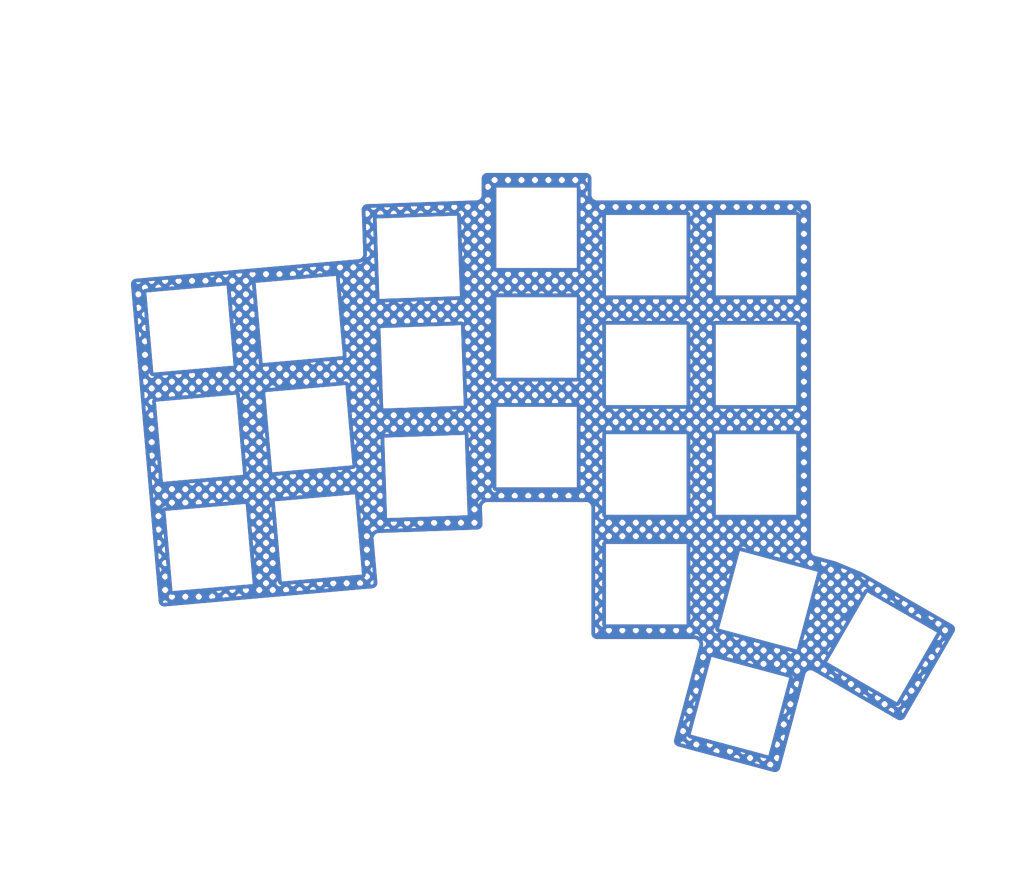
<source format=kicad_pcb>
(kicad_pcb (version 20211014) (generator pcbnew)
  (layers (0 "F.Cu" signal) (31 "B.Cu" signal) (34 "B.Paste" user) (35 "F.Paste" user) (36 "B.SilkS" user "B.Silkscreen") (37 "F.SilkS" user "F.Silkscreen") (38 "B.Mask" user) (39 "F.Mask" user) (44 "Edge.Cuts" user))
  (net 0 "")
  (gr_line (start 73.098142 87.094702) (end 87.044868 85.874521) (layer "Edge.Cuts") (width 0.005))
  (gr_line (start 69.777509 49.139684) (end 83.724234 47.919503) (layer "Edge.Cuts") (width 0.005))
  (gr_line (start 125.567536 84.678382) (end 111.567536 84.678382) (layer "Edge.Cuts") (width 0.005))
  (gr_line (start 130.617536 89.440882) (end 130.617536 75.440882) (layer "Edge.Cuts") (width 0.005))
  (gr_line (start 168.992638 115.02217) (end 175.992638 102.897815) (layer "Edge.Cuts") (width 0.005))
  (gr_line (start 144.617536 89.440882) (end 130.617536 89.440882) (layer "Edge.Cuts") (width 0.005))
  (gr_line (start 166.898511 96.587468) (end 170.413623 97.529339) (layer "Edge.Cuts") (width 0.005))
  (gr_line (start 163.667536 37.340882) (end 163.667536 51.340882) (layer "Edge.Cuts") (width 0.005))
  (gr_arc (start 109.042536 33.864131) (mid 108.775208 34.525793) (end 108.123278 34.81605) (layer "Edge.Cuts") (width 0.005))
  (gr_line (start 144.617536 94.490882) (end 144.617536 108.490882) (layer "Edge.Cuts") (width 0.005))
  (gr_arc (start 48.147556 49.453553) (mid 48.366774 48.758282) (end 49.013415 48.421661) (layer "Edge.Cuts") (width 0.005))
  (gr_line (start 144.617536 56.390882) (end 144.617536 70.390882) (layer "Edge.Cuts") (width 0.005))
  (gr_line (start 89.127763 35.479388) (end 108.123278 34.81605) (layer "Edge.Cuts") (width 0.005))
  (gr_line (start 148.927981 114.108362) (end 162.450943 117.731829) (layer "Edge.Cuts") (width 0.005))
  (gr_line (start 64.746725 49.57982) (end 65.966906 63.526546) (layer "Edge.Cuts") (width 0.005))
  (gr_line (start 92.605691 90.016233) (end 92.117098 76.024761) (layer "Edge.Cuts") (width 0.005))
  (gr_line (start 109.042536 33.864131) (end 109.042536 31.005882) (layer "Edge.Cuts") (width 0.005))
  (gr_line (start 175.992638 102.897815) (end 188.116993 109.897815) (layer "Edge.Cuts") (width 0.005))
  (gr_line (start 145.901214 111.015882) (end 129.045036 111.015882) (layer "Edge.Cuts") (width 0.005))
  (gr_line (start 153.858484 95.707475) (end 167.381445 99.330942) (layer "Edge.Cuts") (width 0.005))
  (gr_line (start 142.458559 128.496724) (end 146.821259 112.214907) (layer "Edge.Cuts") (width 0.005))
  (gr_arc (start 165.222146 117.14541) (mid 165.777684 116.511939) (end 166.61844 116.567045) (layer "Edge.Cuts") (width 0.005))
  (gr_line (start 149.667536 89.440882) (end 149.667536 75.440882) (layer "Edge.Cuts") (width 0.005))
  (gr_line (start 52.962475 104.488329) (end 48.147556 49.453553) (layer "Edge.Cuts") (width 0.005))
  (gr_line (start 150.235017 109.230437) (end 153.858484 95.707475) (layer "Edge.Cuts") (width 0.005))
  (gr_line (start 52.460316 69.777509) (end 66.407042 68.557329) (layer "Edge.Cuts") (width 0.005))
  (gr_line (start 144.617536 37.340882) (end 144.617536 51.340882) (layer "Edge.Cuts") (width 0.005))
  (gr_line (start 111.567536 51.628382) (end 125.567536 51.628382) (layer "Edge.Cuts") (width 0.005))
  (gr_line (start 149.667536 70.390882) (end 149.667536 56.390882) (layer "Edge.Cuts") (width 0.005))
  (gr_line (start 162.450943 117.731829) (end 158.827476 131.254791) (layer "Edge.Cuts") (width 0.005))
  (gr_arc (start 109.042536 31.005882) (mid 109.321516 30.332362) (end 109.995036 30.053382) (layer "Edge.Cuts") (width 0.005))
  (gr_arc (start 127.140036 30.053382) (mid 127.813556 30.332362) (end 128.092536 31.005882) (layer "Edge.Cuts") (width 0.005))
  (gr_line (start 91.452262 56.986366) (end 105.443734 56.497773) (layer "Edge.Cuts") (width 0.005))
  (gr_line (start 90.787427 37.947971) (end 104.778898 37.459378) (layer "Edge.Cuts") (width 0.005))
  (gr_line (start 144.617536 51.340882) (end 130.617536 51.340882) (layer "Edge.Cuts") (width 0.005))
  (gr_line (start 163.667536 75.440882) (end 163.667536 89.440882) (layer "Edge.Cuts") (width 0.005))
  (gr_arc (start 129.045036 111.015882) (mid 128.371517 110.736901) (end 128.092536 110.063382) (layer "Edge.Cuts") (width 0.005))
  (gr_arc (start 165.240036 34.815882) (mid 165.913556 35.094862) (end 166.192536 35.768382) (layer "Edge.Cuts") (width 0.005))
  (gr_line (start 144.617536 108.490882) (end 130.617536 108.490882) (layer "Edge.Cuts") (width 0.005))
  (gr_arc (start 190.741318 108.49735) (mid 191.185113 109.075714) (end 191.089957 109.79849) (layer "Edge.Cuts") (width 0.005))
  (gr_line (start 191.089957 109.79849) (end 182.517457 124.646495) (layer "Edge.Cuts") (width 0.005))
  (gr_line (start 105.932327 70.489245) (end 91.940855 70.977837) (layer "Edge.Cuts") (width 0.005))
  (gr_line (start 163.667536 70.390882) (end 149.667536 70.390882) (layer "Edge.Cuts") (width 0.005))
  (gr_line (start 111.567536 32.578382) (end 125.567536 32.578382) (layer "Edge.Cuts") (width 0.005))
  (gr_line (start 125.567536 70.678382) (end 125.567536 84.678382) (layer "Edge.Cuts") (width 0.005))
  (gr_line (start 54.120633 88.755018) (end 68.067359 87.534838) (layer "Edge.Cuts") (width 0.005))
  (gr_line (start 69.28754 101.481564) (end 55.340814 102.701744) (layer "Edge.Cuts") (width 0.005))
  (gr_line (start 111.567536 46.578382) (end 111.567536 32.578382) (layer "Edge.Cuts") (width 0.005))
  (gr_line (start 92.117098 76.024761) (end 106.108569 75.536168) (layer "Edge.Cuts") (width 0.005))
  (gr_line (start 67.627223 82.504055) (end 53.680497 83.724235) (layer "Edge.Cuts") (width 0.005))
  (gr_arc (start 109.175503 91.011061) (mid 108.920198 91.693906) (end 108.256825 91.996222) (layer "Edge.Cuts") (width 0.005))
  (gr_arc (start 88.474435 44.063171) (mid 88.235896 44.727559) (end 87.605531 45.045289) (layer "Edge.Cuts") (width 0.005))
  (gr_line (start 130.617536 56.390882) (end 144.617536 56.390882) (layer "Edge.Cuts") (width 0.005))
  (gr_line (start 111.567536 70.678382) (end 125.567536 70.678382) (layer "Edge.Cuts") (width 0.005))
  (gr_line (start 163.757979 112.853904) (end 150.235017 109.230437) (layer "Edge.Cuts") (width 0.005))
  (gr_line (start 166.192536 35.768382) (end 166.192536 95.667423) (layer "Edge.Cuts") (width 0.005))
  (gr_line (start 163.667536 51.340882) (end 149.667536 51.340882) (layer "Edge.Cuts") (width 0.005))
  (gr_line (start 159.692876 134.100746) (end 143.132078 129.663294) (layer "Edge.Cuts") (width 0.005))
  (gr_arc (start 127.140036 87.203382) (mid 127.813556 87.482362) (end 128.092536 88.155882) (layer "Edge.Cuts") (width 0.005))
  (gr_line (start 145.304514 127.631324) (end 148.927981 114.108362) (layer "Edge.Cuts") (width 0.005))
  (gr_line (start 111.567536 84.678382) (end 111.567536 70.678382) (layer "Edge.Cuts") (width 0.005))
  (gr_line (start 175.122489 99.479816) (end 190.741318 108.49735) (layer "Edge.Cuts") (width 0.005))
  (gr_line (start 149.667536 56.390882) (end 163.667536 56.390882) (layer "Edge.Cuts") (width 0.005))
  (gr_line (start 129.045036 34.815882) (end 165.240036 34.815882) (layer "Edge.Cuts") (width 0.005))
  (gr_line (start 70.997689 63.086409) (end 69.777509 49.139684) (layer "Edge.Cuts") (width 0.005))
  (gr_line (start 83.724234 47.919503) (end 84.944415 61.866229) (layer "Edge.Cuts") (width 0.005))
  (gr_line (start 65.966906 63.526546) (end 52.02018 64.746726) (layer "Edge.Cuts") (width 0.005))
  (gr_line (start 149.667536 75.440882) (end 163.667536 75.440882) (layer "Edge.Cuts") (width 0.005))
  (gr_arc (start 129.045036 34.815882) (mid 128.371517 34.536901) (end 128.092536 33.863382) (layer "Edge.Cuts") (width 0.005))
  (gr_line (start 111.567536 65.628382) (end 111.567536 51.628382) (layer "Edge.Cuts") (width 0.005))
  (gr_line (start 87.044868 85.874521) (end 88.265049 99.821247) (layer "Edge.Cuts") (width 0.005))
  (gr_arc (start 90.917493 101.167695) (mid 90.698274 101.862965) (end 90.051633 102.199586) (layer "Edge.Cuts") (width 0.005))
  (gr_line (start 149.667536 51.340882) (end 149.667536 37.340882) (layer "Edge.Cuts") (width 0.005))
  (gr_line (start 106.597162 89.52764) (end 92.605691 90.016233) (layer "Edge.Cuts") (width 0.005))
  (gr_line (start 104.778898 37.459378) (end 105.267491 51.450849) (layer "Edge.Cuts") (width 0.005))
  (gr_line (start 86.604732 80.843738) (end 72.658006 82.063918) (layer "Edge.Cuts") (width 0.005))
  (gr_line (start 85.384551 66.897012) (end 86.604732 80.843738) (layer "Edge.Cuts") (width 0.005))
  (gr_line (start 165.222146 117.14541) (end 160.859446 133.427227) (layer "Edge.Cuts") (width 0.005))
  (gr_arc (start 109.076959 88.189123) (mid 109.343708 87.494219) (end 110.028879 87.203382) (layer "Edge.Cuts") (width 0.005))
  (gr_line (start 88.265049 99.821247) (end 74.318323 101.041427) (layer "Edge.Cuts") (width 0.005))
  (gr_line (start 91.27602 51.939442) (end 90.787427 37.947971) (layer "Edge.Cuts") (width 0.005))
  (gr_line (start 68.067359 87.534838) (end 69.28754 101.481564) (layer "Edge.Cuts") (width 0.005))
  (gr_line (start 149.667536 37.340882) (end 163.667536 37.340882) (layer "Edge.Cuts") (width 0.005))
  (gr_line (start 106.108569 75.536168) (end 106.597162 89.52764) (layer "Edge.Cuts") (width 0.005))
  (gr_arc (start 143.132078 129.663294) (mid 142.553714 129.219499) (end 142.458559 128.496724) (layer "Edge.Cuts") (width 0.005))
  (gr_line (start 130.617536 108.490882) (end 130.617536 94.490882) (layer "Edge.Cuts") (width 0.005))
  (gr_arc (start 182.517457 124.646495) (mid 181.939093 125.09029) (end 181.216318 124.995134) (layer "Edge.Cuts") (width 0.005))
  (gr_line (start 50.8 50.8) (end 64.746725 49.57982) (layer "Edge.Cuts") (width 0.005))
  (gr_arc (start 166.898511 96.587468) (mid 166.389367 96.247269) (end 166.192536 95.667423) (layer "Edge.Cuts") (width 0.005))
  (gr_line (start 130.617536 37.340882) (end 144.617536 37.340882) (layer "Edge.Cuts") (width 0.005))
  (gr_line (start 188.116993 109.897815) (end 181.116993 122.02217) (layer "Edge.Cuts") (width 0.005))
  (gr_arc (start 145.901214 111.015882) (mid 146.656883 111.388537) (end 146.821259 112.214907) (layer "Edge.Cuts") (width 0.005))
  (gr_line (start 88.474435 44.063171) (end 88.209086 36.46455) (layer "Edge.Cuts") (width 0.005))
  (gr_arc (start 175.010745 99.424709) (mid 175.067519 99.450433) (end 175.122489 99.479816) (layer "Edge.Cuts") (width 0.005))
  (gr_line (start 74.318323 101.041427) (end 73.098142 87.094702) (layer "Edge.Cuts") (width 0.005))
  (gr_line (start 181.116993 122.02217) (end 168.992638 115.02217) (layer "Edge.Cuts") (width 0.005))
  (gr_line (start 72.658006 82.063918) (end 71.437825 68.117193) (layer "Edge.Cuts") (width 0.005))
  (gr_line (start 130.617536 70.390882) (end 130.617536 56.390882) (layer "Edge.Cuts") (width 0.005))
  (gr_line (start 66.407042 68.557329) (end 67.627223 82.504055) (layer "Edge.Cuts") (width 0.005))
  (gr_line (start 109.076959 88.189123) (end 109.175503 91.011061) (layer "Edge.Cuts") (width 0.005))
  (gr_line (start 125.567536 32.578382) (end 125.567536 46.578382) (layer "Edge.Cuts") (width 0.005))
  (gr_line (start 84.944415 61.866229) (end 70.997689 63.086409) (layer "Edge.Cuts") (width 0.005))
  (gr_arc (start 160.859446 133.427227) (mid 160.415651 134.005591) (end 159.692876 134.100746) (layer "Edge.Cuts") (width 0.005))
  (gr_line (start 105.267491 51.450849) (end 91.27602 51.939442) (layer "Edge.Cuts") (width 0.005))
  (gr_line (start 109.995036 30.053382) (end 127.140036 30.053382) (layer "Edge.Cuts") (width 0.005))
  (gr_line (start 91.940855 70.977837) (end 91.452262 56.986366) (layer "Edge.Cuts") (width 0.005))
  (gr_line (start 170.531604 97.569388) (end 175.010745 99.424709) (layer "Edge.Cuts") (width 0.005))
  (gr_arc (start 88.209086 36.46455) (mid 88.464391 35.781705) (end 89.127763 35.479388) (layer "Edge.Cuts") (width 0.005))
  (gr_line (start 163.667536 89.440882) (end 149.667536 89.440882) (layer "Edge.Cuts") (width 0.005))
  (gr_line (start 181.216318 124.995134) (end 166.61844 116.567045) (layer "Edge.Cuts") (width 0.005))
  (gr_line (start 49.013415 48.421661) (end 87.605531 45.045289) (layer "Edge.Cuts") (width 0.005))
  (gr_line (start 90.25783 93.627722) (end 90.917493 101.167695) (layer "Edge.Cuts") (width 0.005))
  (gr_line (start 167.381445 99.330942) (end 163.757979 112.853904) (layer "Edge.Cuts") (width 0.005))
  (gr_line (start 130.617536 75.440882) (end 144.617536 75.440882) (layer "Edge.Cuts") (width 0.005))
  (gr_line (start 128.092536 110.063382) (end 128.092536 88.155882) (layer "Edge.Cuts") (width 0.005))
  (gr_arc (start 53.994366 105.354188) (mid 53.299095 105.13497) (end 52.962475 104.488329) (layer "Edge.Cuts") (width 0.005))
  (gr_line (start 53.680497 83.724235) (end 52.460316 69.777509) (layer "Edge.Cuts") (width 0.005))
  (gr_line (start 128.092536 31.005882) (end 128.092536 33.863382) (layer "Edge.Cuts") (width 0.005))
  (gr_arc (start 170.413623 97.529339) (mid 170.473269 97.547433) (end 170.531604 97.569388) (layer "Edge.Cuts") (width 0.005))
  (gr_line (start 105.443734 56.497773) (end 105.932327 70.489245) (layer "Edge.Cuts") (width 0.005))
  (gr_line (start 71.437825 68.117193) (end 85.384551 66.897012) (layer "Edge.Cuts") (width 0.005))
  (gr_line (start 144.617536 75.440882) (end 144.617536 89.440882) (layer "Edge.Cuts") (width 0.005))
  (gr_line (start 130.617536 94.490882) (end 144.617536 94.490882) (layer "Edge.Cuts") (width 0.005))
  (gr_line (start 125.567536 51.628382) (end 125.567536 65.628382) (layer "Edge.Cuts") (width 0.005))
  (gr_line (start 163.667536 56.390882) (end 163.667536 70.390882) (layer "Edge.Cuts") (width 0.005))
  (gr_line (start 55.340814 102.701744) (end 54.120633 88.755018) (layer "Edge.Cuts") (width 0.005))
  (gr_line (start 127.140036 87.203382) (end 110.028879 87.203382) (layer "Edge.Cuts") (width 0.005))
  (gr_line (start 52.02018 64.746726) (end 50.8 50.8) (layer "Edge.Cuts") (width 0.005))
  (gr_line (start 90.051633 102.199586) (end 53.994366 105.354188) (layer "Edge.Cuts") (width 0.005))
  (gr_line (start 108.256825 91.996222) (end 91.173464 92.592786) (layer "Edge.Cuts") (width 0.005))
  (gr_line (start 130.617536 51.340882) (end 130.617536 37.340882) (layer "Edge.Cuts") (width 0.005))
  (gr_line (start 125.567536 46.578382) (end 111.567536 46.578382) (layer "Edge.Cuts") (width 0.005))
  (gr_line (start 144.617536 70.390882) (end 130.617536 70.390882) (layer "Edge.Cuts") (width 0.005))
  (gr_arc (start 90.25783 93.627722) (mid 90.493326 92.913561) (end 91.173464 92.592786) (layer "Edge.Cuts") (width 0.005))
  (gr_line (start 125.567536 65.628382) (end 111.567536 65.628382) (layer "Edge.Cuts") (width 0.005))
  (gr_line (start 158.827476 131.254791) (end 145.304514 127.631324) (layer "Edge.Cuts") (width 0.005))
  (zone (net 0) (net_name "") (layers F&B.Cu) (connect_pads (clearance 0)) (min_thickness 0.254) (fill yes (mode hatch) (thermal_gap 0.508) (thermal_bridge_width 0.508) (hatch_thickness 0.635) (hatch_gap 1.016) (hatch_orientation 45) (hatch_smoothing_level 3) (hatch_smoothing_value 0.99) (hatch_border_algorithm hatch_thickness) (hatch_min_hole_area 0.3))
    (polygon (pts (xy 203.2 152.4) (xy 25.4 152.4) (xy 25.4 0) (xy 203.2 0)))
  )
)
</source>
